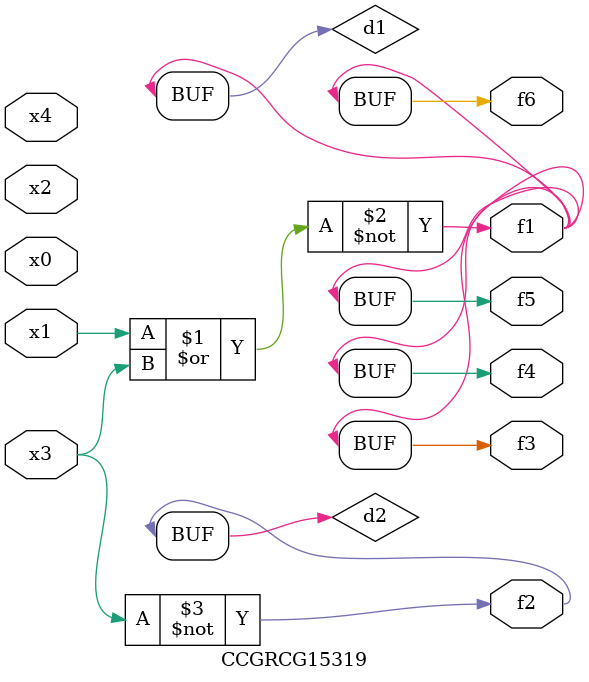
<source format=v>
module CCGRCG15319(
	input x0, x1, x2, x3, x4,
	output f1, f2, f3, f4, f5, f6
);

	wire d1, d2;

	nor (d1, x1, x3);
	not (d2, x3);
	assign f1 = d1;
	assign f2 = d2;
	assign f3 = d1;
	assign f4 = d1;
	assign f5 = d1;
	assign f6 = d1;
endmodule

</source>
